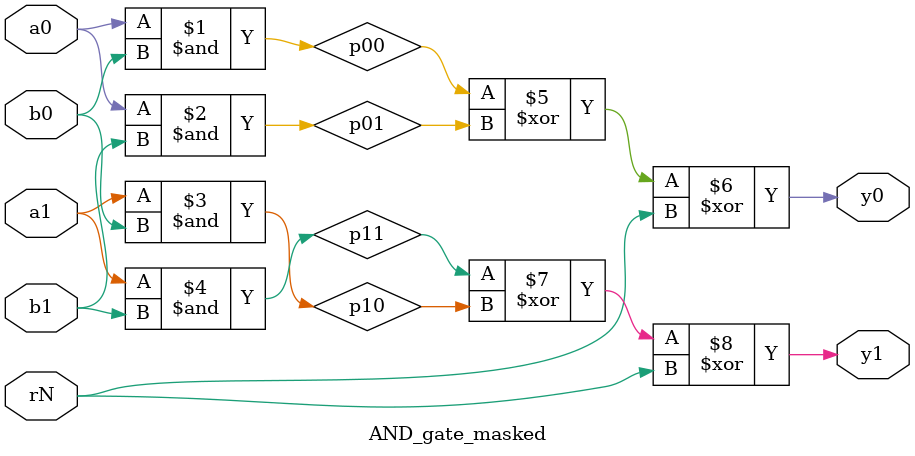
<source format=v>
module AND_gate_masked (
    input  wire a0,
    input  wire a1,
    input  wire b0,
    input  wire b1,
    input  wire rN,
    output wire y0,
    output wire y1
);

    wire p00, p01, p10, p11;

    assign p00 = a0 & b0;
    assign p01 = a0 & b1;
    assign p10 = a1 & b0;
    assign p11 = a1 & b1;

    assign y0 = p00 ^ p01 ^ rN;
    assign y1 = p11 ^ p10 ^ rN;

endmodule

</source>
